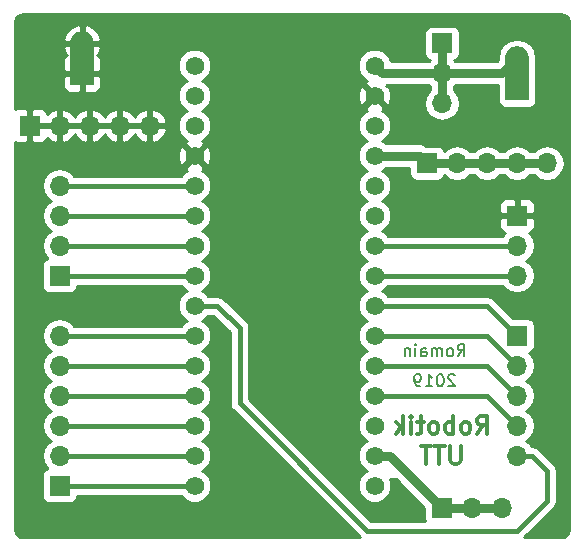
<source format=gbr>
G04 #@! TF.FileFunction,Copper,L2,Bot,Signal*
%FSLAX46Y46*%
G04 Gerber Fmt 4.6, Leading zero omitted, Abs format (unit mm)*
G04 Created by KiCad (PCBNEW 4.0.7-e2-6376~61~ubuntu18.04.1) date Mon Feb 11 08:52:26 2019*
%MOMM*%
%LPD*%
G01*
G04 APERTURE LIST*
%ADD10C,0.100000*%
%ADD11C,0.200000*%
%ADD12C,0.300000*%
%ADD13C,1.574800*%
%ADD14O,1.998980X1.998980*%
%ADD15R,1.998980X1.998980*%
%ADD16R,1.700000X1.700000*%
%ADD17O,1.700000X1.700000*%
%ADD18C,0.800000*%
%ADD19C,2.000000*%
%ADD20C,0.400000*%
%ADD21C,0.254000*%
G04 APERTURE END LIST*
D10*
D11*
X131254286Y-108132619D02*
X131206667Y-108085000D01*
X131111429Y-108037381D01*
X130873333Y-108037381D01*
X130778095Y-108085000D01*
X130730476Y-108132619D01*
X130682857Y-108227857D01*
X130682857Y-108323095D01*
X130730476Y-108465952D01*
X131301905Y-109037381D01*
X130682857Y-109037381D01*
X130063810Y-108037381D02*
X129968571Y-108037381D01*
X129873333Y-108085000D01*
X129825714Y-108132619D01*
X129778095Y-108227857D01*
X129730476Y-108418333D01*
X129730476Y-108656429D01*
X129778095Y-108846905D01*
X129825714Y-108942143D01*
X129873333Y-108989762D01*
X129968571Y-109037381D01*
X130063810Y-109037381D01*
X130159048Y-108989762D01*
X130206667Y-108942143D01*
X130254286Y-108846905D01*
X130301905Y-108656429D01*
X130301905Y-108418333D01*
X130254286Y-108227857D01*
X130206667Y-108132619D01*
X130159048Y-108085000D01*
X130063810Y-108037381D01*
X128778095Y-109037381D02*
X129349524Y-109037381D01*
X129063810Y-109037381D02*
X129063810Y-108037381D01*
X129159048Y-108180238D01*
X129254286Y-108275476D01*
X129349524Y-108323095D01*
X128301905Y-109037381D02*
X128111429Y-109037381D01*
X128016190Y-108989762D01*
X127968571Y-108942143D01*
X127873333Y-108799286D01*
X127825714Y-108608810D01*
X127825714Y-108227857D01*
X127873333Y-108132619D01*
X127920952Y-108085000D01*
X128016190Y-108037381D01*
X128206667Y-108037381D01*
X128301905Y-108085000D01*
X128349524Y-108132619D01*
X128397143Y-108227857D01*
X128397143Y-108465952D01*
X128349524Y-108561190D01*
X128301905Y-108608810D01*
X128206667Y-108656429D01*
X128016190Y-108656429D01*
X127920952Y-108608810D01*
X127873333Y-108561190D01*
X127825714Y-108465952D01*
X131492380Y-106497381D02*
X131825714Y-106021190D01*
X132063809Y-106497381D02*
X132063809Y-105497381D01*
X131682856Y-105497381D01*
X131587618Y-105545000D01*
X131539999Y-105592619D01*
X131492380Y-105687857D01*
X131492380Y-105830714D01*
X131539999Y-105925952D01*
X131587618Y-105973571D01*
X131682856Y-106021190D01*
X132063809Y-106021190D01*
X130920952Y-106497381D02*
X131016190Y-106449762D01*
X131063809Y-106402143D01*
X131111428Y-106306905D01*
X131111428Y-106021190D01*
X131063809Y-105925952D01*
X131016190Y-105878333D01*
X130920952Y-105830714D01*
X130778094Y-105830714D01*
X130682856Y-105878333D01*
X130635237Y-105925952D01*
X130587618Y-106021190D01*
X130587618Y-106306905D01*
X130635237Y-106402143D01*
X130682856Y-106449762D01*
X130778094Y-106497381D01*
X130920952Y-106497381D01*
X130159047Y-106497381D02*
X130159047Y-105830714D01*
X130159047Y-105925952D02*
X130111428Y-105878333D01*
X130016190Y-105830714D01*
X129873332Y-105830714D01*
X129778094Y-105878333D01*
X129730475Y-105973571D01*
X129730475Y-106497381D01*
X129730475Y-105973571D02*
X129682856Y-105878333D01*
X129587618Y-105830714D01*
X129444761Y-105830714D01*
X129349523Y-105878333D01*
X129301904Y-105973571D01*
X129301904Y-106497381D01*
X128397142Y-106497381D02*
X128397142Y-105973571D01*
X128444761Y-105878333D01*
X128539999Y-105830714D01*
X128730476Y-105830714D01*
X128825714Y-105878333D01*
X128397142Y-106449762D02*
X128492380Y-106497381D01*
X128730476Y-106497381D01*
X128825714Y-106449762D01*
X128873333Y-106354524D01*
X128873333Y-106259286D01*
X128825714Y-106164048D01*
X128730476Y-106116429D01*
X128492380Y-106116429D01*
X128397142Y-106068810D01*
X127920952Y-106497381D02*
X127920952Y-105830714D01*
X127920952Y-105497381D02*
X127968571Y-105545000D01*
X127920952Y-105592619D01*
X127873333Y-105545000D01*
X127920952Y-105497381D01*
X127920952Y-105592619D01*
X127444762Y-105830714D02*
X127444762Y-106497381D01*
X127444762Y-105925952D02*
X127397143Y-105878333D01*
X127301905Y-105830714D01*
X127159047Y-105830714D01*
X127063809Y-105878333D01*
X127016190Y-105973571D01*
X127016190Y-106497381D01*
D12*
X133139286Y-113068571D02*
X133639286Y-112354286D01*
X133996429Y-113068571D02*
X133996429Y-111568571D01*
X133425001Y-111568571D01*
X133282143Y-111640000D01*
X133210715Y-111711429D01*
X133139286Y-111854286D01*
X133139286Y-112068571D01*
X133210715Y-112211429D01*
X133282143Y-112282857D01*
X133425001Y-112354286D01*
X133996429Y-112354286D01*
X132282143Y-113068571D02*
X132425001Y-112997143D01*
X132496429Y-112925714D01*
X132567858Y-112782857D01*
X132567858Y-112354286D01*
X132496429Y-112211429D01*
X132425001Y-112140000D01*
X132282143Y-112068571D01*
X132067858Y-112068571D01*
X131925001Y-112140000D01*
X131853572Y-112211429D01*
X131782143Y-112354286D01*
X131782143Y-112782857D01*
X131853572Y-112925714D01*
X131925001Y-112997143D01*
X132067858Y-113068571D01*
X132282143Y-113068571D01*
X131139286Y-113068571D02*
X131139286Y-111568571D01*
X131139286Y-112140000D02*
X130996429Y-112068571D01*
X130710715Y-112068571D01*
X130567858Y-112140000D01*
X130496429Y-112211429D01*
X130425000Y-112354286D01*
X130425000Y-112782857D01*
X130496429Y-112925714D01*
X130567858Y-112997143D01*
X130710715Y-113068571D01*
X130996429Y-113068571D01*
X131139286Y-112997143D01*
X129567857Y-113068571D02*
X129710715Y-112997143D01*
X129782143Y-112925714D01*
X129853572Y-112782857D01*
X129853572Y-112354286D01*
X129782143Y-112211429D01*
X129710715Y-112140000D01*
X129567857Y-112068571D01*
X129353572Y-112068571D01*
X129210715Y-112140000D01*
X129139286Y-112211429D01*
X129067857Y-112354286D01*
X129067857Y-112782857D01*
X129139286Y-112925714D01*
X129210715Y-112997143D01*
X129353572Y-113068571D01*
X129567857Y-113068571D01*
X128639286Y-112068571D02*
X128067857Y-112068571D01*
X128425000Y-111568571D02*
X128425000Y-112854286D01*
X128353572Y-112997143D01*
X128210714Y-113068571D01*
X128067857Y-113068571D01*
X127567857Y-113068571D02*
X127567857Y-112068571D01*
X127567857Y-111568571D02*
X127639286Y-111640000D01*
X127567857Y-111711429D01*
X127496429Y-111640000D01*
X127567857Y-111568571D01*
X127567857Y-111711429D01*
X126853571Y-113068571D02*
X126853571Y-111568571D01*
X126710714Y-112497143D02*
X126282143Y-113068571D01*
X126282143Y-112068571D02*
X126853571Y-112640000D01*
X131746428Y-114118571D02*
X131746428Y-115332857D01*
X131675000Y-115475714D01*
X131603571Y-115547143D01*
X131460714Y-115618571D01*
X131175000Y-115618571D01*
X131032142Y-115547143D01*
X130960714Y-115475714D01*
X130889285Y-115332857D01*
X130889285Y-114118571D01*
X130389285Y-114118571D02*
X129532142Y-114118571D01*
X129960713Y-115618571D02*
X129960713Y-114118571D01*
X129246428Y-114118571D02*
X128389285Y-114118571D01*
X128817856Y-115618571D02*
X128817856Y-114118571D01*
D13*
X124460000Y-81915000D03*
X109220000Y-81915000D03*
X124460000Y-84455000D03*
X109220000Y-84455000D03*
X124460000Y-86995000D03*
X109220000Y-86995000D03*
X124460000Y-89535000D03*
X109220000Y-89535000D03*
X124460000Y-92075000D03*
X109220000Y-92075000D03*
X124460000Y-94615000D03*
X109220000Y-94615000D03*
X124460000Y-97155000D03*
X109220000Y-97155000D03*
X124460000Y-99695000D03*
X109220000Y-99695000D03*
X124460000Y-102235000D03*
X109220000Y-102235000D03*
X124460000Y-104775000D03*
X109220000Y-104775000D03*
X124460000Y-107315000D03*
X109220000Y-107315000D03*
X124460000Y-109855000D03*
X109220000Y-109855000D03*
X124460000Y-112395000D03*
X109220000Y-112395000D03*
X124460000Y-114935000D03*
X109220000Y-114935000D03*
X124460000Y-117475000D03*
X109220000Y-117475000D03*
D14*
X136525000Y-81280000D03*
D15*
X136525000Y-83820000D03*
D14*
X99695000Y-80010000D03*
D15*
X99695000Y-82550000D03*
D16*
X128905000Y-90170000D03*
D17*
X131445000Y-90170000D03*
X133985000Y-90170000D03*
X136525000Y-90170000D03*
X139065000Y-90170000D03*
D16*
X130175000Y-119380000D03*
D17*
X132715000Y-119380000D03*
X135255000Y-119380000D03*
D16*
X95250000Y-86995000D03*
D17*
X97790000Y-86995000D03*
X100330000Y-86995000D03*
X102870000Y-86995000D03*
X105410000Y-86995000D03*
D16*
X130175000Y-80010000D03*
D17*
X130175000Y-82550000D03*
X130175000Y-85090000D03*
D16*
X97790000Y-99695000D03*
D17*
X97790000Y-97155000D03*
X97790000Y-94615000D03*
X97790000Y-92075000D03*
D16*
X97790000Y-117475000D03*
D17*
X97790000Y-114935000D03*
X97790000Y-112395000D03*
X97790000Y-109855000D03*
X97790000Y-107315000D03*
X97790000Y-104775000D03*
D16*
X136525000Y-94615000D03*
D17*
X136525000Y-97155000D03*
X136525000Y-99695000D03*
D16*
X136525000Y-104775000D03*
D17*
X136525000Y-107315000D03*
X136525000Y-109855000D03*
X136525000Y-112395000D03*
X136525000Y-114935000D03*
D18*
X130175000Y-82550000D02*
X135255000Y-82550000D01*
X135255000Y-82550000D02*
X136525000Y-81280000D01*
D19*
X136525000Y-81280000D02*
X136525000Y-83820000D01*
D18*
X130175000Y-82550000D02*
X125095000Y-82550000D01*
X125095000Y-82550000D02*
X124460000Y-81915000D01*
X130175000Y-82550000D02*
X130175000Y-80010000D01*
X130175000Y-82550000D02*
X130175000Y-85090000D01*
D19*
X99695000Y-80010000D02*
X99695000Y-82550000D01*
D18*
X124460000Y-89535000D02*
X128270000Y-89535000D01*
X128270000Y-89535000D02*
X128905000Y-90170000D01*
X128905000Y-90170000D02*
X133985000Y-90170000D01*
X133985000Y-90170000D02*
X136525000Y-90170000D01*
X136525000Y-90170000D02*
X139065000Y-90170000D01*
D20*
X97790000Y-92075000D02*
X109220000Y-92075000D01*
X97790000Y-94615000D02*
X109220000Y-94615000D01*
X124460000Y-97155000D02*
X136525000Y-97155000D01*
X109220000Y-97155000D02*
X97790000Y-97155000D01*
X124460000Y-99695000D02*
X136525000Y-99695000D01*
X97790000Y-99695000D02*
X109220000Y-99695000D01*
X124460000Y-102235000D02*
X133985000Y-102235000D01*
X133985000Y-102235000D02*
X136525000Y-104775000D01*
X136525000Y-114935000D02*
X137795000Y-114935000D01*
X111125000Y-102235000D02*
X109220000Y-102235000D01*
X113030000Y-104140000D02*
X111125000Y-102235000D01*
X113030000Y-110490000D02*
X113030000Y-104140000D01*
X123825000Y-121285000D02*
X113030000Y-110490000D01*
X136525000Y-121285000D02*
X123825000Y-121285000D01*
X139065000Y-118745000D02*
X136525000Y-121285000D01*
X139065000Y-116205000D02*
X139065000Y-118745000D01*
X137795000Y-114935000D02*
X139065000Y-116205000D01*
X124460000Y-104775000D02*
X133985000Y-104775000D01*
X133985000Y-104775000D02*
X136525000Y-107315000D01*
X97790000Y-104775000D02*
X109220000Y-104775000D01*
X124460000Y-107315000D02*
X133985000Y-107315000D01*
X133985000Y-107315000D02*
X136525000Y-109855000D01*
X109220000Y-107315000D02*
X97790000Y-107315000D01*
X124460000Y-109855000D02*
X133985000Y-109855000D01*
X133985000Y-109855000D02*
X136525000Y-112395000D01*
X97790000Y-109855000D02*
X109220000Y-109855000D01*
X109220000Y-112395000D02*
X97790000Y-112395000D01*
D18*
X124460000Y-114935000D02*
X125730000Y-114935000D01*
X125730000Y-114935000D02*
X130175000Y-119380000D01*
X130175000Y-119380000D02*
X135255000Y-119380000D01*
D20*
X97790000Y-114935000D02*
X109220000Y-114935000D01*
X109220000Y-117475000D02*
X97790000Y-117475000D01*
D21*
G36*
X140543979Y-77600478D02*
X140721145Y-77718856D01*
X140839521Y-77896019D01*
X140895000Y-78174931D01*
X140895000Y-121215069D01*
X140839521Y-121493981D01*
X140721145Y-121671144D01*
X140543979Y-121789522D01*
X140265070Y-121845000D01*
X137145868Y-121845000D01*
X139655434Y-119335434D01*
X139836439Y-119064541D01*
X139900000Y-118745000D01*
X139900000Y-116205000D01*
X139836439Y-115885459D01*
X139655434Y-115614566D01*
X138385434Y-114344566D01*
X138114541Y-114163561D01*
X137795000Y-114100000D01*
X137747841Y-114100000D01*
X137604147Y-113884946D01*
X137274974Y-113665000D01*
X137604147Y-113445054D01*
X137926054Y-112963285D01*
X138039093Y-112395000D01*
X137926054Y-111826715D01*
X137604147Y-111344946D01*
X137274974Y-111125000D01*
X137604147Y-110905054D01*
X137926054Y-110423285D01*
X138039093Y-109855000D01*
X137926054Y-109286715D01*
X137604147Y-108804946D01*
X137274974Y-108585000D01*
X137604147Y-108365054D01*
X137926054Y-107883285D01*
X138039093Y-107315000D01*
X137926054Y-106746715D01*
X137604147Y-106264946D01*
X137562548Y-106237150D01*
X137610317Y-106228162D01*
X137826441Y-106089090D01*
X137971431Y-105876890D01*
X138022440Y-105625000D01*
X138022440Y-103925000D01*
X137978162Y-103689683D01*
X137839090Y-103473559D01*
X137626890Y-103328569D01*
X137375000Y-103277560D01*
X136208428Y-103277560D01*
X134575434Y-101644566D01*
X134304541Y-101463561D01*
X133985000Y-101400000D01*
X125636280Y-101400000D01*
X125266777Y-101029851D01*
X125110860Y-100965109D01*
X125264672Y-100901555D01*
X125636877Y-100530000D01*
X135302159Y-100530000D01*
X135445853Y-100745054D01*
X135927622Y-101066961D01*
X136495907Y-101180000D01*
X136554093Y-101180000D01*
X137122378Y-101066961D01*
X137604147Y-100745054D01*
X137926054Y-100263285D01*
X138039093Y-99695000D01*
X137926054Y-99126715D01*
X137604147Y-98644946D01*
X137274974Y-98425000D01*
X137604147Y-98205054D01*
X137926054Y-97723285D01*
X138039093Y-97155000D01*
X137926054Y-96586715D01*
X137604147Y-96104946D01*
X137560223Y-96075597D01*
X137734698Y-96003327D01*
X137913327Y-95824699D01*
X138010000Y-95591310D01*
X138010000Y-94900750D01*
X137851250Y-94742000D01*
X136652000Y-94742000D01*
X136652000Y-94762000D01*
X136398000Y-94762000D01*
X136398000Y-94742000D01*
X135198750Y-94742000D01*
X135040000Y-94900750D01*
X135040000Y-95591310D01*
X135136673Y-95824699D01*
X135315302Y-96003327D01*
X135489777Y-96075597D01*
X135445853Y-96104946D01*
X135302159Y-96320000D01*
X125636280Y-96320000D01*
X125266777Y-95949851D01*
X125110860Y-95885109D01*
X125264672Y-95821555D01*
X125665149Y-95421777D01*
X125882152Y-94899174D01*
X125882646Y-94333309D01*
X125666555Y-93810328D01*
X125495217Y-93638690D01*
X135040000Y-93638690D01*
X135040000Y-94329250D01*
X135198750Y-94488000D01*
X136398000Y-94488000D01*
X136398000Y-93288750D01*
X136652000Y-93288750D01*
X136652000Y-94488000D01*
X137851250Y-94488000D01*
X138010000Y-94329250D01*
X138010000Y-93638690D01*
X137913327Y-93405301D01*
X137734698Y-93226673D01*
X137501309Y-93130000D01*
X136810750Y-93130000D01*
X136652000Y-93288750D01*
X136398000Y-93288750D01*
X136239250Y-93130000D01*
X135548691Y-93130000D01*
X135315302Y-93226673D01*
X135136673Y-93405301D01*
X135040000Y-93638690D01*
X125495217Y-93638690D01*
X125266777Y-93409851D01*
X125110860Y-93345109D01*
X125264672Y-93281555D01*
X125665149Y-92881777D01*
X125882152Y-92359174D01*
X125882646Y-91793309D01*
X125666555Y-91270328D01*
X125266777Y-90869851D01*
X125110860Y-90805109D01*
X125264672Y-90741555D01*
X125436527Y-90570000D01*
X127407560Y-90570000D01*
X127407560Y-91020000D01*
X127451838Y-91255317D01*
X127590910Y-91471441D01*
X127803110Y-91616431D01*
X128055000Y-91667440D01*
X129755000Y-91667440D01*
X129990317Y-91623162D01*
X130206441Y-91484090D01*
X130351431Y-91271890D01*
X130364977Y-91205000D01*
X130365448Y-91205000D01*
X130394946Y-91249147D01*
X130876715Y-91571054D01*
X131445000Y-91684093D01*
X132013285Y-91571054D01*
X132495054Y-91249147D01*
X132524552Y-91205000D01*
X132905448Y-91205000D01*
X132934946Y-91249147D01*
X133416715Y-91571054D01*
X133985000Y-91684093D01*
X134553285Y-91571054D01*
X135035054Y-91249147D01*
X135064552Y-91205000D01*
X135445448Y-91205000D01*
X135474946Y-91249147D01*
X135956715Y-91571054D01*
X136525000Y-91684093D01*
X137093285Y-91571054D01*
X137575054Y-91249147D01*
X137604552Y-91205000D01*
X137985448Y-91205000D01*
X138014946Y-91249147D01*
X138496715Y-91571054D01*
X139065000Y-91684093D01*
X139633285Y-91571054D01*
X140115054Y-91249147D01*
X140436961Y-90767378D01*
X140550000Y-90199093D01*
X140550000Y-90140907D01*
X140436961Y-89572622D01*
X140115054Y-89090853D01*
X139633285Y-88768946D01*
X139065000Y-88655907D01*
X138496715Y-88768946D01*
X138014946Y-89090853D01*
X137985448Y-89135000D01*
X137604552Y-89135000D01*
X137575054Y-89090853D01*
X137093285Y-88768946D01*
X136525000Y-88655907D01*
X135956715Y-88768946D01*
X135474946Y-89090853D01*
X135445448Y-89135000D01*
X135064552Y-89135000D01*
X135035054Y-89090853D01*
X134553285Y-88768946D01*
X133985000Y-88655907D01*
X133416715Y-88768946D01*
X132934946Y-89090853D01*
X132905448Y-89135000D01*
X132524552Y-89135000D01*
X132495054Y-89090853D01*
X132013285Y-88768946D01*
X131445000Y-88655907D01*
X130876715Y-88768946D01*
X130394946Y-89090853D01*
X130367150Y-89132452D01*
X130358162Y-89084683D01*
X130219090Y-88868559D01*
X130006890Y-88723569D01*
X129755000Y-88672560D01*
X128806422Y-88672560D01*
X128666077Y-88578785D01*
X128270000Y-88499999D01*
X128269995Y-88500000D01*
X125436629Y-88500000D01*
X125266777Y-88329851D01*
X125110860Y-88265109D01*
X125264672Y-88201555D01*
X125665149Y-87801777D01*
X125882152Y-87279174D01*
X125882646Y-86713309D01*
X125666555Y-86190328D01*
X125266777Y-85789851D01*
X125126422Y-85731571D01*
X125206425Y-85698432D01*
X125279011Y-85453617D01*
X124460000Y-84634605D01*
X123640989Y-85453617D01*
X123713575Y-85698432D01*
X123799024Y-85729071D01*
X123655328Y-85788445D01*
X123254851Y-86188223D01*
X123037848Y-86710826D01*
X123037354Y-87276691D01*
X123253445Y-87799672D01*
X123653223Y-88200149D01*
X123809140Y-88264891D01*
X123655328Y-88328445D01*
X123254851Y-88728223D01*
X123037848Y-89250826D01*
X123037354Y-89816691D01*
X123253445Y-90339672D01*
X123653223Y-90740149D01*
X123809140Y-90804891D01*
X123655328Y-90868445D01*
X123254851Y-91268223D01*
X123037848Y-91790826D01*
X123037354Y-92356691D01*
X123253445Y-92879672D01*
X123653223Y-93280149D01*
X123809140Y-93344891D01*
X123655328Y-93408445D01*
X123254851Y-93808223D01*
X123037848Y-94330826D01*
X123037354Y-94896691D01*
X123253445Y-95419672D01*
X123653223Y-95820149D01*
X123809140Y-95884891D01*
X123655328Y-95948445D01*
X123254851Y-96348223D01*
X123037848Y-96870826D01*
X123037354Y-97436691D01*
X123253445Y-97959672D01*
X123653223Y-98360149D01*
X123809140Y-98424891D01*
X123655328Y-98488445D01*
X123254851Y-98888223D01*
X123037848Y-99410826D01*
X123037354Y-99976691D01*
X123253445Y-100499672D01*
X123653223Y-100900149D01*
X123809140Y-100964891D01*
X123655328Y-101028445D01*
X123254851Y-101428223D01*
X123037848Y-101950826D01*
X123037354Y-102516691D01*
X123253445Y-103039672D01*
X123653223Y-103440149D01*
X123809140Y-103504891D01*
X123655328Y-103568445D01*
X123254851Y-103968223D01*
X123037848Y-104490826D01*
X123037354Y-105056691D01*
X123253445Y-105579672D01*
X123653223Y-105980149D01*
X123809140Y-106044891D01*
X123655328Y-106108445D01*
X123254851Y-106508223D01*
X123037848Y-107030826D01*
X123037354Y-107596691D01*
X123253445Y-108119672D01*
X123653223Y-108520149D01*
X123809140Y-108584891D01*
X123655328Y-108648445D01*
X123254851Y-109048223D01*
X123037848Y-109570826D01*
X123037354Y-110136691D01*
X123253445Y-110659672D01*
X123653223Y-111060149D01*
X123809140Y-111124891D01*
X123655328Y-111188445D01*
X123254851Y-111588223D01*
X123037848Y-112110826D01*
X123037354Y-112676691D01*
X123253445Y-113199672D01*
X123653223Y-113600149D01*
X123809140Y-113664891D01*
X123655328Y-113728445D01*
X123254851Y-114128223D01*
X123037848Y-114650826D01*
X123037354Y-115216691D01*
X123253445Y-115739672D01*
X123653223Y-116140149D01*
X123809140Y-116204891D01*
X123655328Y-116268445D01*
X123254851Y-116668223D01*
X123037848Y-117190826D01*
X123037354Y-117756691D01*
X123253445Y-118279672D01*
X123653223Y-118680149D01*
X124175826Y-118897152D01*
X124741691Y-118897646D01*
X125264672Y-118681555D01*
X125665149Y-118281777D01*
X125882152Y-117759174D01*
X125882646Y-117193309D01*
X125771783Y-116925000D01*
X126256288Y-116925000D01*
X128677560Y-119346271D01*
X128677560Y-120230000D01*
X128718956Y-120450000D01*
X124170868Y-120450000D01*
X113865000Y-110144132D01*
X113865000Y-104140000D01*
X113801439Y-103820459D01*
X113620434Y-103549566D01*
X111715434Y-101644566D01*
X111444541Y-101463561D01*
X111125000Y-101400000D01*
X110396280Y-101400000D01*
X110026777Y-101029851D01*
X109870860Y-100965109D01*
X110024672Y-100901555D01*
X110425149Y-100501777D01*
X110642152Y-99979174D01*
X110642646Y-99413309D01*
X110426555Y-98890328D01*
X110026777Y-98489851D01*
X109870860Y-98425109D01*
X110024672Y-98361555D01*
X110425149Y-97961777D01*
X110642152Y-97439174D01*
X110642646Y-96873309D01*
X110426555Y-96350328D01*
X110026777Y-95949851D01*
X109870860Y-95885109D01*
X110024672Y-95821555D01*
X110425149Y-95421777D01*
X110642152Y-94899174D01*
X110642646Y-94333309D01*
X110426555Y-93810328D01*
X110026777Y-93409851D01*
X109870860Y-93345109D01*
X110024672Y-93281555D01*
X110425149Y-92881777D01*
X110642152Y-92359174D01*
X110642646Y-91793309D01*
X110426555Y-91270328D01*
X110026777Y-90869851D01*
X109886422Y-90811571D01*
X109966425Y-90778432D01*
X110039011Y-90533617D01*
X109220000Y-89714605D01*
X108400989Y-90533617D01*
X108473575Y-90778432D01*
X108559024Y-90809071D01*
X108415328Y-90868445D01*
X108043123Y-91240000D01*
X99012841Y-91240000D01*
X98869147Y-91024946D01*
X98387378Y-90703039D01*
X97819093Y-90590000D01*
X97760907Y-90590000D01*
X97192622Y-90703039D01*
X96710853Y-91024946D01*
X96388946Y-91506715D01*
X96275907Y-92075000D01*
X96388946Y-92643285D01*
X96710853Y-93125054D01*
X97040026Y-93345000D01*
X96710853Y-93564946D01*
X96388946Y-94046715D01*
X96275907Y-94615000D01*
X96388946Y-95183285D01*
X96710853Y-95665054D01*
X97040026Y-95885000D01*
X96710853Y-96104946D01*
X96388946Y-96586715D01*
X96275907Y-97155000D01*
X96388946Y-97723285D01*
X96710853Y-98205054D01*
X96752452Y-98232850D01*
X96704683Y-98241838D01*
X96488559Y-98380910D01*
X96343569Y-98593110D01*
X96292560Y-98845000D01*
X96292560Y-100545000D01*
X96336838Y-100780317D01*
X96475910Y-100996441D01*
X96688110Y-101141431D01*
X96940000Y-101192440D01*
X98640000Y-101192440D01*
X98875317Y-101148162D01*
X99091441Y-101009090D01*
X99236431Y-100796890D01*
X99287440Y-100545000D01*
X99287440Y-100530000D01*
X108043720Y-100530000D01*
X108413223Y-100900149D01*
X108569140Y-100964891D01*
X108415328Y-101028445D01*
X108014851Y-101428223D01*
X107797848Y-101950826D01*
X107797354Y-102516691D01*
X108013445Y-103039672D01*
X108413223Y-103440149D01*
X108569140Y-103504891D01*
X108415328Y-103568445D01*
X108043123Y-103940000D01*
X99012841Y-103940000D01*
X98869147Y-103724946D01*
X98387378Y-103403039D01*
X97819093Y-103290000D01*
X97760907Y-103290000D01*
X97192622Y-103403039D01*
X96710853Y-103724946D01*
X96388946Y-104206715D01*
X96275907Y-104775000D01*
X96388946Y-105343285D01*
X96710853Y-105825054D01*
X97040026Y-106045000D01*
X96710853Y-106264946D01*
X96388946Y-106746715D01*
X96275907Y-107315000D01*
X96388946Y-107883285D01*
X96710853Y-108365054D01*
X97040026Y-108585000D01*
X96710853Y-108804946D01*
X96388946Y-109286715D01*
X96275907Y-109855000D01*
X96388946Y-110423285D01*
X96710853Y-110905054D01*
X97040026Y-111125000D01*
X96710853Y-111344946D01*
X96388946Y-111826715D01*
X96275907Y-112395000D01*
X96388946Y-112963285D01*
X96710853Y-113445054D01*
X97040026Y-113665000D01*
X96710853Y-113884946D01*
X96388946Y-114366715D01*
X96275907Y-114935000D01*
X96388946Y-115503285D01*
X96710853Y-115985054D01*
X96752452Y-116012850D01*
X96704683Y-116021838D01*
X96488559Y-116160910D01*
X96343569Y-116373110D01*
X96292560Y-116625000D01*
X96292560Y-118325000D01*
X96336838Y-118560317D01*
X96475910Y-118776441D01*
X96688110Y-118921431D01*
X96940000Y-118972440D01*
X98640000Y-118972440D01*
X98875317Y-118928162D01*
X99091441Y-118789090D01*
X99236431Y-118576890D01*
X99287440Y-118325000D01*
X99287440Y-118310000D01*
X108043720Y-118310000D01*
X108413223Y-118680149D01*
X108935826Y-118897152D01*
X109501691Y-118897646D01*
X110024672Y-118681555D01*
X110425149Y-118281777D01*
X110642152Y-117759174D01*
X110642646Y-117193309D01*
X110426555Y-116670328D01*
X110026777Y-116269851D01*
X109870860Y-116205109D01*
X110024672Y-116141555D01*
X110425149Y-115741777D01*
X110642152Y-115219174D01*
X110642646Y-114653309D01*
X110426555Y-114130328D01*
X110026777Y-113729851D01*
X109870860Y-113665109D01*
X110024672Y-113601555D01*
X110425149Y-113201777D01*
X110642152Y-112679174D01*
X110642646Y-112113309D01*
X110426555Y-111590328D01*
X110026777Y-111189851D01*
X109870860Y-111125109D01*
X110024672Y-111061555D01*
X110425149Y-110661777D01*
X110642152Y-110139174D01*
X110642646Y-109573309D01*
X110426555Y-109050328D01*
X110026777Y-108649851D01*
X109870860Y-108585109D01*
X110024672Y-108521555D01*
X110425149Y-108121777D01*
X110642152Y-107599174D01*
X110642646Y-107033309D01*
X110426555Y-106510328D01*
X110026777Y-106109851D01*
X109870860Y-106045109D01*
X110024672Y-105981555D01*
X110425149Y-105581777D01*
X110642152Y-105059174D01*
X110642646Y-104493309D01*
X110426555Y-103970328D01*
X110026777Y-103569851D01*
X109870860Y-103505109D01*
X110024672Y-103441555D01*
X110396877Y-103070000D01*
X110779132Y-103070000D01*
X112195000Y-104485868D01*
X112195000Y-110490000D01*
X112258561Y-110809541D01*
X112401216Y-111023039D01*
X112439566Y-111080434D01*
X123204132Y-121845000D01*
X94684931Y-121845000D01*
X94406019Y-121789521D01*
X94228856Y-121671145D01*
X94110478Y-121493979D01*
X94055000Y-121215070D01*
X94055000Y-89321235D01*
X107785574Y-89321235D01*
X107812959Y-89886438D01*
X107976568Y-90281425D01*
X108221383Y-90354011D01*
X109040395Y-89535000D01*
X109399605Y-89535000D01*
X110218617Y-90354011D01*
X110463432Y-90281425D01*
X110654426Y-89748765D01*
X110627041Y-89183562D01*
X110463432Y-88788575D01*
X110218617Y-88715989D01*
X109399605Y-89535000D01*
X109040395Y-89535000D01*
X108221383Y-88715989D01*
X107976568Y-88788575D01*
X107785574Y-89321235D01*
X94055000Y-89321235D01*
X94055000Y-88389416D01*
X94273690Y-88480000D01*
X94964250Y-88480000D01*
X95123000Y-88321250D01*
X95123000Y-87122000D01*
X95377000Y-87122000D01*
X95377000Y-88321250D01*
X95535750Y-88480000D01*
X96226310Y-88480000D01*
X96459699Y-88383327D01*
X96638327Y-88204698D01*
X96725136Y-87995122D01*
X97023076Y-88266645D01*
X97433110Y-88436476D01*
X97663000Y-88315155D01*
X97663000Y-87122000D01*
X97917000Y-87122000D01*
X97917000Y-88315155D01*
X98146890Y-88436476D01*
X98556924Y-88266645D01*
X98985183Y-87876358D01*
X99060000Y-87717046D01*
X99134817Y-87876358D01*
X99563076Y-88266645D01*
X99973110Y-88436476D01*
X100203000Y-88315155D01*
X100203000Y-87122000D01*
X100457000Y-87122000D01*
X100457000Y-88315155D01*
X100686890Y-88436476D01*
X101096924Y-88266645D01*
X101525183Y-87876358D01*
X101600000Y-87717046D01*
X101674817Y-87876358D01*
X102103076Y-88266645D01*
X102513110Y-88436476D01*
X102743000Y-88315155D01*
X102743000Y-87122000D01*
X102997000Y-87122000D01*
X102997000Y-88315155D01*
X103226890Y-88436476D01*
X103636924Y-88266645D01*
X104065183Y-87876358D01*
X104140000Y-87717046D01*
X104214817Y-87876358D01*
X104643076Y-88266645D01*
X105053110Y-88436476D01*
X105283000Y-88315155D01*
X105283000Y-87122000D01*
X105537000Y-87122000D01*
X105537000Y-88315155D01*
X105766890Y-88436476D01*
X106176924Y-88266645D01*
X106605183Y-87876358D01*
X106851486Y-87351892D01*
X106730819Y-87122000D01*
X105537000Y-87122000D01*
X105283000Y-87122000D01*
X102997000Y-87122000D01*
X102743000Y-87122000D01*
X100457000Y-87122000D01*
X100203000Y-87122000D01*
X97917000Y-87122000D01*
X97663000Y-87122000D01*
X95377000Y-87122000D01*
X95123000Y-87122000D01*
X95103000Y-87122000D01*
X95103000Y-86868000D01*
X95123000Y-86868000D01*
X95123000Y-85668750D01*
X95377000Y-85668750D01*
X95377000Y-86868000D01*
X97663000Y-86868000D01*
X97663000Y-85674845D01*
X97917000Y-85674845D01*
X97917000Y-86868000D01*
X100203000Y-86868000D01*
X100203000Y-85674845D01*
X100457000Y-85674845D01*
X100457000Y-86868000D01*
X102743000Y-86868000D01*
X102743000Y-85674845D01*
X102997000Y-85674845D01*
X102997000Y-86868000D01*
X105283000Y-86868000D01*
X105283000Y-85674845D01*
X105537000Y-85674845D01*
X105537000Y-86868000D01*
X106730819Y-86868000D01*
X106851486Y-86638108D01*
X106605183Y-86113642D01*
X106176924Y-85723355D01*
X105766890Y-85553524D01*
X105537000Y-85674845D01*
X105283000Y-85674845D01*
X105053110Y-85553524D01*
X104643076Y-85723355D01*
X104214817Y-86113642D01*
X104140000Y-86272954D01*
X104065183Y-86113642D01*
X103636924Y-85723355D01*
X103226890Y-85553524D01*
X102997000Y-85674845D01*
X102743000Y-85674845D01*
X102513110Y-85553524D01*
X102103076Y-85723355D01*
X101674817Y-86113642D01*
X101600000Y-86272954D01*
X101525183Y-86113642D01*
X101096924Y-85723355D01*
X100686890Y-85553524D01*
X100457000Y-85674845D01*
X100203000Y-85674845D01*
X99973110Y-85553524D01*
X99563076Y-85723355D01*
X99134817Y-86113642D01*
X99060000Y-86272954D01*
X98985183Y-86113642D01*
X98556924Y-85723355D01*
X98146890Y-85553524D01*
X97917000Y-85674845D01*
X97663000Y-85674845D01*
X97433110Y-85553524D01*
X97023076Y-85723355D01*
X96725136Y-85994878D01*
X96638327Y-85785302D01*
X96459699Y-85606673D01*
X96226310Y-85510000D01*
X95535750Y-85510000D01*
X95377000Y-85668750D01*
X95123000Y-85668750D01*
X94964250Y-85510000D01*
X94273690Y-85510000D01*
X94055000Y-85600584D01*
X94055000Y-82835750D01*
X98060510Y-82835750D01*
X98060510Y-83675799D01*
X98157183Y-83909188D01*
X98335811Y-84087817D01*
X98569200Y-84184490D01*
X99409250Y-84184490D01*
X99568000Y-84025740D01*
X99568000Y-82677000D01*
X99822000Y-82677000D01*
X99822000Y-84025740D01*
X99980750Y-84184490D01*
X100820800Y-84184490D01*
X101054189Y-84087817D01*
X101232817Y-83909188D01*
X101329490Y-83675799D01*
X101329490Y-82835750D01*
X101170740Y-82677000D01*
X99822000Y-82677000D01*
X99568000Y-82677000D01*
X98219260Y-82677000D01*
X98060510Y-82835750D01*
X94055000Y-82835750D01*
X94055000Y-81424201D01*
X98060510Y-81424201D01*
X98060510Y-82264250D01*
X98219260Y-82423000D01*
X99568000Y-82423000D01*
X99568000Y-80137000D01*
X99822000Y-80137000D01*
X99822000Y-82423000D01*
X101170740Y-82423000D01*
X101329490Y-82264250D01*
X101329490Y-82196691D01*
X107797354Y-82196691D01*
X108013445Y-82719672D01*
X108413223Y-83120149D01*
X108569140Y-83184891D01*
X108415328Y-83248445D01*
X108014851Y-83648223D01*
X107797848Y-84170826D01*
X107797354Y-84736691D01*
X108013445Y-85259672D01*
X108413223Y-85660149D01*
X108569140Y-85724891D01*
X108415328Y-85788445D01*
X108014851Y-86188223D01*
X107797848Y-86710826D01*
X107797354Y-87276691D01*
X108013445Y-87799672D01*
X108413223Y-88200149D01*
X108553578Y-88258429D01*
X108473575Y-88291568D01*
X108400989Y-88536383D01*
X109220000Y-89355395D01*
X110039011Y-88536383D01*
X109966425Y-88291568D01*
X109880976Y-88260929D01*
X110024672Y-88201555D01*
X110425149Y-87801777D01*
X110642152Y-87279174D01*
X110642646Y-86713309D01*
X110426555Y-86190328D01*
X110026777Y-85789851D01*
X109870860Y-85725109D01*
X110024672Y-85661555D01*
X110425149Y-85261777D01*
X110642152Y-84739174D01*
X110642586Y-84241235D01*
X123025574Y-84241235D01*
X123052959Y-84806438D01*
X123216568Y-85201425D01*
X123461383Y-85274011D01*
X124280395Y-84455000D01*
X123461383Y-83635989D01*
X123216568Y-83708575D01*
X123025574Y-84241235D01*
X110642586Y-84241235D01*
X110642646Y-84173309D01*
X110426555Y-83650328D01*
X110026777Y-83249851D01*
X109870860Y-83185109D01*
X110024672Y-83121555D01*
X110425149Y-82721777D01*
X110642152Y-82199174D01*
X110642154Y-82196691D01*
X123037354Y-82196691D01*
X123253445Y-82719672D01*
X123653223Y-83120149D01*
X123793578Y-83178429D01*
X123713575Y-83211568D01*
X123640989Y-83456383D01*
X124460000Y-84275395D01*
X124474142Y-84261252D01*
X124653748Y-84440858D01*
X124639605Y-84455000D01*
X125458617Y-85274011D01*
X125703432Y-85201425D01*
X125894426Y-84668765D01*
X125867041Y-84103562D01*
X125703432Y-83708575D01*
X125458619Y-83635989D01*
X125509608Y-83585000D01*
X129085794Y-83585000D01*
X129095853Y-83600054D01*
X129140000Y-83629552D01*
X129140000Y-84010448D01*
X129095853Y-84039946D01*
X128773946Y-84521715D01*
X128660907Y-85090000D01*
X128773946Y-85658285D01*
X129095853Y-86140054D01*
X129577622Y-86461961D01*
X130145907Y-86575000D01*
X130204093Y-86575000D01*
X130772378Y-86461961D01*
X131254147Y-86140054D01*
X131576054Y-85658285D01*
X131689093Y-85090000D01*
X131576054Y-84521715D01*
X131254147Y-84039946D01*
X131210000Y-84010448D01*
X131210000Y-83629552D01*
X131254147Y-83600054D01*
X131264206Y-83585000D01*
X134878070Y-83585000D01*
X134878070Y-84819490D01*
X134922348Y-85054807D01*
X135061420Y-85270931D01*
X135273620Y-85415921D01*
X135525510Y-85466930D01*
X137524490Y-85466930D01*
X137759807Y-85422652D01*
X137975931Y-85283580D01*
X138120921Y-85071380D01*
X138171930Y-84819490D01*
X138171930Y-82820510D01*
X138160000Y-82757108D01*
X138160000Y-81280000D01*
X138159490Y-81277436D01*
X138159490Y-81247978D01*
X138035072Y-80622486D01*
X137680759Y-80092219D01*
X137150492Y-79737906D01*
X136525000Y-79613488D01*
X135899508Y-79737906D01*
X135369241Y-80092219D01*
X135014928Y-80622486D01*
X134890510Y-81247978D01*
X134890510Y-81277436D01*
X134890000Y-81280000D01*
X134890000Y-81451288D01*
X134826288Y-81515000D01*
X131264206Y-81515000D01*
X131254147Y-81499946D01*
X131212548Y-81472150D01*
X131260317Y-81463162D01*
X131476441Y-81324090D01*
X131621431Y-81111890D01*
X131672440Y-80860000D01*
X131672440Y-79160000D01*
X131628162Y-78924683D01*
X131489090Y-78708559D01*
X131276890Y-78563569D01*
X131025000Y-78512560D01*
X129325000Y-78512560D01*
X129089683Y-78556838D01*
X128873559Y-78695910D01*
X128728569Y-78908110D01*
X128677560Y-79160000D01*
X128677560Y-80860000D01*
X128721838Y-81095317D01*
X128860910Y-81311441D01*
X129073110Y-81456431D01*
X129140000Y-81469977D01*
X129140000Y-81470448D01*
X129095853Y-81499946D01*
X129085794Y-81515000D01*
X125833762Y-81515000D01*
X125666555Y-81110328D01*
X125266777Y-80709851D01*
X124744174Y-80492848D01*
X124178309Y-80492354D01*
X123655328Y-80708445D01*
X123254851Y-81108223D01*
X123037848Y-81630826D01*
X123037354Y-82196691D01*
X110642154Y-82196691D01*
X110642646Y-81633309D01*
X110426555Y-81110328D01*
X110026777Y-80709851D01*
X109504174Y-80492848D01*
X108938309Y-80492354D01*
X108415328Y-80708445D01*
X108014851Y-81108223D01*
X107797848Y-81630826D01*
X107797354Y-82196691D01*
X101329490Y-82196691D01*
X101329490Y-81424201D01*
X101232817Y-81190812D01*
X101054189Y-81012183D01*
X100997549Y-80988722D01*
X101018068Y-80969726D01*
X101284627Y-80390355D01*
X101165807Y-80137000D01*
X99822000Y-80137000D01*
X99568000Y-80137000D01*
X98224193Y-80137000D01*
X98105373Y-80390355D01*
X98371932Y-80969726D01*
X98392451Y-80988722D01*
X98335811Y-81012183D01*
X98157183Y-81190812D01*
X98060510Y-81424201D01*
X94055000Y-81424201D01*
X94055000Y-79629645D01*
X98105373Y-79629645D01*
X98224193Y-79883000D01*
X99568000Y-79883000D01*
X99568000Y-78539735D01*
X99822000Y-78539735D01*
X99822000Y-79883000D01*
X101165807Y-79883000D01*
X101284627Y-79629645D01*
X101018068Y-79050274D01*
X100550084Y-78617013D01*
X100075354Y-78420381D01*
X99822000Y-78539735D01*
X99568000Y-78539735D01*
X99314646Y-78420381D01*
X98839916Y-78617013D01*
X98371932Y-79050274D01*
X98105373Y-79629645D01*
X94055000Y-79629645D01*
X94055000Y-78174930D01*
X94110478Y-77896021D01*
X94228856Y-77718855D01*
X94406019Y-77600479D01*
X94684931Y-77545000D01*
X140265070Y-77545000D01*
X140543979Y-77600478D01*
X140543979Y-77600478D01*
G37*
X140543979Y-77600478D02*
X140721145Y-77718856D01*
X140839521Y-77896019D01*
X140895000Y-78174931D01*
X140895000Y-121215069D01*
X140839521Y-121493981D01*
X140721145Y-121671144D01*
X140543979Y-121789522D01*
X140265070Y-121845000D01*
X137145868Y-121845000D01*
X139655434Y-119335434D01*
X139836439Y-119064541D01*
X139900000Y-118745000D01*
X139900000Y-116205000D01*
X139836439Y-115885459D01*
X139655434Y-115614566D01*
X138385434Y-114344566D01*
X138114541Y-114163561D01*
X137795000Y-114100000D01*
X137747841Y-114100000D01*
X137604147Y-113884946D01*
X137274974Y-113665000D01*
X137604147Y-113445054D01*
X137926054Y-112963285D01*
X138039093Y-112395000D01*
X137926054Y-111826715D01*
X137604147Y-111344946D01*
X137274974Y-111125000D01*
X137604147Y-110905054D01*
X137926054Y-110423285D01*
X138039093Y-109855000D01*
X137926054Y-109286715D01*
X137604147Y-108804946D01*
X137274974Y-108585000D01*
X137604147Y-108365054D01*
X137926054Y-107883285D01*
X138039093Y-107315000D01*
X137926054Y-106746715D01*
X137604147Y-106264946D01*
X137562548Y-106237150D01*
X137610317Y-106228162D01*
X137826441Y-106089090D01*
X137971431Y-105876890D01*
X138022440Y-105625000D01*
X138022440Y-103925000D01*
X137978162Y-103689683D01*
X137839090Y-103473559D01*
X137626890Y-103328569D01*
X137375000Y-103277560D01*
X136208428Y-103277560D01*
X134575434Y-101644566D01*
X134304541Y-101463561D01*
X133985000Y-101400000D01*
X125636280Y-101400000D01*
X125266777Y-101029851D01*
X125110860Y-100965109D01*
X125264672Y-100901555D01*
X125636877Y-100530000D01*
X135302159Y-100530000D01*
X135445853Y-100745054D01*
X135927622Y-101066961D01*
X136495907Y-101180000D01*
X136554093Y-101180000D01*
X137122378Y-101066961D01*
X137604147Y-100745054D01*
X137926054Y-100263285D01*
X138039093Y-99695000D01*
X137926054Y-99126715D01*
X137604147Y-98644946D01*
X137274974Y-98425000D01*
X137604147Y-98205054D01*
X137926054Y-97723285D01*
X138039093Y-97155000D01*
X137926054Y-96586715D01*
X137604147Y-96104946D01*
X137560223Y-96075597D01*
X137734698Y-96003327D01*
X137913327Y-95824699D01*
X138010000Y-95591310D01*
X138010000Y-94900750D01*
X137851250Y-94742000D01*
X136652000Y-94742000D01*
X136652000Y-94762000D01*
X136398000Y-94762000D01*
X136398000Y-94742000D01*
X135198750Y-94742000D01*
X135040000Y-94900750D01*
X135040000Y-95591310D01*
X135136673Y-95824699D01*
X135315302Y-96003327D01*
X135489777Y-96075597D01*
X135445853Y-96104946D01*
X135302159Y-96320000D01*
X125636280Y-96320000D01*
X125266777Y-95949851D01*
X125110860Y-95885109D01*
X125264672Y-95821555D01*
X125665149Y-95421777D01*
X125882152Y-94899174D01*
X125882646Y-94333309D01*
X125666555Y-93810328D01*
X125495217Y-93638690D01*
X135040000Y-93638690D01*
X135040000Y-94329250D01*
X135198750Y-94488000D01*
X136398000Y-94488000D01*
X136398000Y-93288750D01*
X136652000Y-93288750D01*
X136652000Y-94488000D01*
X137851250Y-94488000D01*
X138010000Y-94329250D01*
X138010000Y-93638690D01*
X137913327Y-93405301D01*
X137734698Y-93226673D01*
X137501309Y-93130000D01*
X136810750Y-93130000D01*
X136652000Y-93288750D01*
X136398000Y-93288750D01*
X136239250Y-93130000D01*
X135548691Y-93130000D01*
X135315302Y-93226673D01*
X135136673Y-93405301D01*
X135040000Y-93638690D01*
X125495217Y-93638690D01*
X125266777Y-93409851D01*
X125110860Y-93345109D01*
X125264672Y-93281555D01*
X125665149Y-92881777D01*
X125882152Y-92359174D01*
X125882646Y-91793309D01*
X125666555Y-91270328D01*
X125266777Y-90869851D01*
X125110860Y-90805109D01*
X125264672Y-90741555D01*
X125436527Y-90570000D01*
X127407560Y-90570000D01*
X127407560Y-91020000D01*
X127451838Y-91255317D01*
X127590910Y-91471441D01*
X127803110Y-91616431D01*
X128055000Y-91667440D01*
X129755000Y-91667440D01*
X129990317Y-91623162D01*
X130206441Y-91484090D01*
X130351431Y-91271890D01*
X130364977Y-91205000D01*
X130365448Y-91205000D01*
X130394946Y-91249147D01*
X130876715Y-91571054D01*
X131445000Y-91684093D01*
X132013285Y-91571054D01*
X132495054Y-91249147D01*
X132524552Y-91205000D01*
X132905448Y-91205000D01*
X132934946Y-91249147D01*
X133416715Y-91571054D01*
X133985000Y-91684093D01*
X134553285Y-91571054D01*
X135035054Y-91249147D01*
X135064552Y-91205000D01*
X135445448Y-91205000D01*
X135474946Y-91249147D01*
X135956715Y-91571054D01*
X136525000Y-91684093D01*
X137093285Y-91571054D01*
X137575054Y-91249147D01*
X137604552Y-91205000D01*
X137985448Y-91205000D01*
X138014946Y-91249147D01*
X138496715Y-91571054D01*
X139065000Y-91684093D01*
X139633285Y-91571054D01*
X140115054Y-91249147D01*
X140436961Y-90767378D01*
X140550000Y-90199093D01*
X140550000Y-90140907D01*
X140436961Y-89572622D01*
X140115054Y-89090853D01*
X139633285Y-88768946D01*
X139065000Y-88655907D01*
X138496715Y-88768946D01*
X138014946Y-89090853D01*
X137985448Y-89135000D01*
X137604552Y-89135000D01*
X137575054Y-89090853D01*
X137093285Y-88768946D01*
X136525000Y-88655907D01*
X135956715Y-88768946D01*
X135474946Y-89090853D01*
X135445448Y-89135000D01*
X135064552Y-89135000D01*
X135035054Y-89090853D01*
X134553285Y-88768946D01*
X133985000Y-88655907D01*
X133416715Y-88768946D01*
X132934946Y-89090853D01*
X132905448Y-89135000D01*
X132524552Y-89135000D01*
X132495054Y-89090853D01*
X132013285Y-88768946D01*
X131445000Y-88655907D01*
X130876715Y-88768946D01*
X130394946Y-89090853D01*
X130367150Y-89132452D01*
X130358162Y-89084683D01*
X130219090Y-88868559D01*
X130006890Y-88723569D01*
X129755000Y-88672560D01*
X128806422Y-88672560D01*
X128666077Y-88578785D01*
X128270000Y-88499999D01*
X128269995Y-88500000D01*
X125436629Y-88500000D01*
X125266777Y-88329851D01*
X125110860Y-88265109D01*
X125264672Y-88201555D01*
X125665149Y-87801777D01*
X125882152Y-87279174D01*
X125882646Y-86713309D01*
X125666555Y-86190328D01*
X125266777Y-85789851D01*
X125126422Y-85731571D01*
X125206425Y-85698432D01*
X125279011Y-85453617D01*
X124460000Y-84634605D01*
X123640989Y-85453617D01*
X123713575Y-85698432D01*
X123799024Y-85729071D01*
X123655328Y-85788445D01*
X123254851Y-86188223D01*
X123037848Y-86710826D01*
X123037354Y-87276691D01*
X123253445Y-87799672D01*
X123653223Y-88200149D01*
X123809140Y-88264891D01*
X123655328Y-88328445D01*
X123254851Y-88728223D01*
X123037848Y-89250826D01*
X123037354Y-89816691D01*
X123253445Y-90339672D01*
X123653223Y-90740149D01*
X123809140Y-90804891D01*
X123655328Y-90868445D01*
X123254851Y-91268223D01*
X123037848Y-91790826D01*
X123037354Y-92356691D01*
X123253445Y-92879672D01*
X123653223Y-93280149D01*
X123809140Y-93344891D01*
X123655328Y-93408445D01*
X123254851Y-93808223D01*
X123037848Y-94330826D01*
X123037354Y-94896691D01*
X123253445Y-95419672D01*
X123653223Y-95820149D01*
X123809140Y-95884891D01*
X123655328Y-95948445D01*
X123254851Y-96348223D01*
X123037848Y-96870826D01*
X123037354Y-97436691D01*
X123253445Y-97959672D01*
X123653223Y-98360149D01*
X123809140Y-98424891D01*
X123655328Y-98488445D01*
X123254851Y-98888223D01*
X123037848Y-99410826D01*
X123037354Y-99976691D01*
X123253445Y-100499672D01*
X123653223Y-100900149D01*
X123809140Y-100964891D01*
X123655328Y-101028445D01*
X123254851Y-101428223D01*
X123037848Y-101950826D01*
X123037354Y-102516691D01*
X123253445Y-103039672D01*
X123653223Y-103440149D01*
X123809140Y-103504891D01*
X123655328Y-103568445D01*
X123254851Y-103968223D01*
X123037848Y-104490826D01*
X123037354Y-105056691D01*
X123253445Y-105579672D01*
X123653223Y-105980149D01*
X123809140Y-106044891D01*
X123655328Y-106108445D01*
X123254851Y-106508223D01*
X123037848Y-107030826D01*
X123037354Y-107596691D01*
X123253445Y-108119672D01*
X123653223Y-108520149D01*
X123809140Y-108584891D01*
X123655328Y-108648445D01*
X123254851Y-109048223D01*
X123037848Y-109570826D01*
X123037354Y-110136691D01*
X123253445Y-110659672D01*
X123653223Y-111060149D01*
X123809140Y-111124891D01*
X123655328Y-111188445D01*
X123254851Y-111588223D01*
X123037848Y-112110826D01*
X123037354Y-112676691D01*
X123253445Y-113199672D01*
X123653223Y-113600149D01*
X123809140Y-113664891D01*
X123655328Y-113728445D01*
X123254851Y-114128223D01*
X123037848Y-114650826D01*
X123037354Y-115216691D01*
X123253445Y-115739672D01*
X123653223Y-116140149D01*
X123809140Y-116204891D01*
X123655328Y-116268445D01*
X123254851Y-116668223D01*
X123037848Y-117190826D01*
X123037354Y-117756691D01*
X123253445Y-118279672D01*
X123653223Y-118680149D01*
X124175826Y-118897152D01*
X124741691Y-118897646D01*
X125264672Y-118681555D01*
X125665149Y-118281777D01*
X125882152Y-117759174D01*
X125882646Y-117193309D01*
X125771783Y-116925000D01*
X126256288Y-116925000D01*
X128677560Y-119346271D01*
X128677560Y-120230000D01*
X128718956Y-120450000D01*
X124170868Y-120450000D01*
X113865000Y-110144132D01*
X113865000Y-104140000D01*
X113801439Y-103820459D01*
X113620434Y-103549566D01*
X111715434Y-101644566D01*
X111444541Y-101463561D01*
X111125000Y-101400000D01*
X110396280Y-101400000D01*
X110026777Y-101029851D01*
X109870860Y-100965109D01*
X110024672Y-100901555D01*
X110425149Y-100501777D01*
X110642152Y-99979174D01*
X110642646Y-99413309D01*
X110426555Y-98890328D01*
X110026777Y-98489851D01*
X109870860Y-98425109D01*
X110024672Y-98361555D01*
X110425149Y-97961777D01*
X110642152Y-97439174D01*
X110642646Y-96873309D01*
X110426555Y-96350328D01*
X110026777Y-95949851D01*
X109870860Y-95885109D01*
X110024672Y-95821555D01*
X110425149Y-95421777D01*
X110642152Y-94899174D01*
X110642646Y-94333309D01*
X110426555Y-93810328D01*
X110026777Y-93409851D01*
X109870860Y-93345109D01*
X110024672Y-93281555D01*
X110425149Y-92881777D01*
X110642152Y-92359174D01*
X110642646Y-91793309D01*
X110426555Y-91270328D01*
X110026777Y-90869851D01*
X109886422Y-90811571D01*
X109966425Y-90778432D01*
X110039011Y-90533617D01*
X109220000Y-89714605D01*
X108400989Y-90533617D01*
X108473575Y-90778432D01*
X108559024Y-90809071D01*
X108415328Y-90868445D01*
X108043123Y-91240000D01*
X99012841Y-91240000D01*
X98869147Y-91024946D01*
X98387378Y-90703039D01*
X97819093Y-90590000D01*
X97760907Y-90590000D01*
X97192622Y-90703039D01*
X96710853Y-91024946D01*
X96388946Y-91506715D01*
X96275907Y-92075000D01*
X96388946Y-92643285D01*
X96710853Y-93125054D01*
X97040026Y-93345000D01*
X96710853Y-93564946D01*
X96388946Y-94046715D01*
X96275907Y-94615000D01*
X96388946Y-95183285D01*
X96710853Y-95665054D01*
X97040026Y-95885000D01*
X96710853Y-96104946D01*
X96388946Y-96586715D01*
X96275907Y-97155000D01*
X96388946Y-97723285D01*
X96710853Y-98205054D01*
X96752452Y-98232850D01*
X96704683Y-98241838D01*
X96488559Y-98380910D01*
X96343569Y-98593110D01*
X96292560Y-98845000D01*
X96292560Y-100545000D01*
X96336838Y-100780317D01*
X96475910Y-100996441D01*
X96688110Y-101141431D01*
X96940000Y-101192440D01*
X98640000Y-101192440D01*
X98875317Y-101148162D01*
X99091441Y-101009090D01*
X99236431Y-100796890D01*
X99287440Y-100545000D01*
X99287440Y-100530000D01*
X108043720Y-100530000D01*
X108413223Y-100900149D01*
X108569140Y-100964891D01*
X108415328Y-101028445D01*
X108014851Y-101428223D01*
X107797848Y-101950826D01*
X107797354Y-102516691D01*
X108013445Y-103039672D01*
X108413223Y-103440149D01*
X108569140Y-103504891D01*
X108415328Y-103568445D01*
X108043123Y-103940000D01*
X99012841Y-103940000D01*
X98869147Y-103724946D01*
X98387378Y-103403039D01*
X97819093Y-103290000D01*
X97760907Y-103290000D01*
X97192622Y-103403039D01*
X96710853Y-103724946D01*
X96388946Y-104206715D01*
X96275907Y-104775000D01*
X96388946Y-105343285D01*
X96710853Y-105825054D01*
X97040026Y-106045000D01*
X96710853Y-106264946D01*
X96388946Y-106746715D01*
X96275907Y-107315000D01*
X96388946Y-107883285D01*
X96710853Y-108365054D01*
X97040026Y-108585000D01*
X96710853Y-108804946D01*
X96388946Y-109286715D01*
X96275907Y-109855000D01*
X96388946Y-110423285D01*
X96710853Y-110905054D01*
X97040026Y-111125000D01*
X96710853Y-111344946D01*
X96388946Y-111826715D01*
X96275907Y-112395000D01*
X96388946Y-112963285D01*
X96710853Y-113445054D01*
X97040026Y-113665000D01*
X96710853Y-113884946D01*
X96388946Y-114366715D01*
X96275907Y-114935000D01*
X96388946Y-115503285D01*
X96710853Y-115985054D01*
X96752452Y-116012850D01*
X96704683Y-116021838D01*
X96488559Y-116160910D01*
X96343569Y-116373110D01*
X96292560Y-116625000D01*
X96292560Y-118325000D01*
X96336838Y-118560317D01*
X96475910Y-118776441D01*
X96688110Y-118921431D01*
X96940000Y-118972440D01*
X98640000Y-118972440D01*
X98875317Y-118928162D01*
X99091441Y-118789090D01*
X99236431Y-118576890D01*
X99287440Y-118325000D01*
X99287440Y-118310000D01*
X108043720Y-118310000D01*
X108413223Y-118680149D01*
X108935826Y-118897152D01*
X109501691Y-118897646D01*
X110024672Y-118681555D01*
X110425149Y-118281777D01*
X110642152Y-117759174D01*
X110642646Y-117193309D01*
X110426555Y-116670328D01*
X110026777Y-116269851D01*
X109870860Y-116205109D01*
X110024672Y-116141555D01*
X110425149Y-115741777D01*
X110642152Y-115219174D01*
X110642646Y-114653309D01*
X110426555Y-114130328D01*
X110026777Y-113729851D01*
X109870860Y-113665109D01*
X110024672Y-113601555D01*
X110425149Y-113201777D01*
X110642152Y-112679174D01*
X110642646Y-112113309D01*
X110426555Y-111590328D01*
X110026777Y-111189851D01*
X109870860Y-111125109D01*
X110024672Y-111061555D01*
X110425149Y-110661777D01*
X110642152Y-110139174D01*
X110642646Y-109573309D01*
X110426555Y-109050328D01*
X110026777Y-108649851D01*
X109870860Y-108585109D01*
X110024672Y-108521555D01*
X110425149Y-108121777D01*
X110642152Y-107599174D01*
X110642646Y-107033309D01*
X110426555Y-106510328D01*
X110026777Y-106109851D01*
X109870860Y-106045109D01*
X110024672Y-105981555D01*
X110425149Y-105581777D01*
X110642152Y-105059174D01*
X110642646Y-104493309D01*
X110426555Y-103970328D01*
X110026777Y-103569851D01*
X109870860Y-103505109D01*
X110024672Y-103441555D01*
X110396877Y-103070000D01*
X110779132Y-103070000D01*
X112195000Y-104485868D01*
X112195000Y-110490000D01*
X112258561Y-110809541D01*
X112401216Y-111023039D01*
X112439566Y-111080434D01*
X123204132Y-121845000D01*
X94684931Y-121845000D01*
X94406019Y-121789521D01*
X94228856Y-121671145D01*
X94110478Y-121493979D01*
X94055000Y-121215070D01*
X94055000Y-89321235D01*
X107785574Y-89321235D01*
X107812959Y-89886438D01*
X107976568Y-90281425D01*
X108221383Y-90354011D01*
X109040395Y-89535000D01*
X109399605Y-89535000D01*
X110218617Y-90354011D01*
X110463432Y-90281425D01*
X110654426Y-89748765D01*
X110627041Y-89183562D01*
X110463432Y-88788575D01*
X110218617Y-88715989D01*
X109399605Y-89535000D01*
X109040395Y-89535000D01*
X108221383Y-88715989D01*
X107976568Y-88788575D01*
X107785574Y-89321235D01*
X94055000Y-89321235D01*
X94055000Y-88389416D01*
X94273690Y-88480000D01*
X94964250Y-88480000D01*
X95123000Y-88321250D01*
X95123000Y-87122000D01*
X95377000Y-87122000D01*
X95377000Y-88321250D01*
X95535750Y-88480000D01*
X96226310Y-88480000D01*
X96459699Y-88383327D01*
X96638327Y-88204698D01*
X96725136Y-87995122D01*
X97023076Y-88266645D01*
X97433110Y-88436476D01*
X97663000Y-88315155D01*
X97663000Y-87122000D01*
X97917000Y-87122000D01*
X97917000Y-88315155D01*
X98146890Y-88436476D01*
X98556924Y-88266645D01*
X98985183Y-87876358D01*
X99060000Y-87717046D01*
X99134817Y-87876358D01*
X99563076Y-88266645D01*
X99973110Y-88436476D01*
X100203000Y-88315155D01*
X100203000Y-87122000D01*
X100457000Y-87122000D01*
X100457000Y-88315155D01*
X100686890Y-88436476D01*
X101096924Y-88266645D01*
X101525183Y-87876358D01*
X101600000Y-87717046D01*
X101674817Y-87876358D01*
X102103076Y-88266645D01*
X102513110Y-88436476D01*
X102743000Y-88315155D01*
X102743000Y-87122000D01*
X102997000Y-87122000D01*
X102997000Y-88315155D01*
X103226890Y-88436476D01*
X103636924Y-88266645D01*
X104065183Y-87876358D01*
X104140000Y-87717046D01*
X104214817Y-87876358D01*
X104643076Y-88266645D01*
X105053110Y-88436476D01*
X105283000Y-88315155D01*
X105283000Y-87122000D01*
X105537000Y-87122000D01*
X105537000Y-88315155D01*
X105766890Y-88436476D01*
X106176924Y-88266645D01*
X106605183Y-87876358D01*
X106851486Y-87351892D01*
X106730819Y-87122000D01*
X105537000Y-87122000D01*
X105283000Y-87122000D01*
X102997000Y-87122000D01*
X102743000Y-87122000D01*
X100457000Y-87122000D01*
X100203000Y-87122000D01*
X97917000Y-87122000D01*
X97663000Y-87122000D01*
X95377000Y-87122000D01*
X95123000Y-87122000D01*
X95103000Y-87122000D01*
X95103000Y-86868000D01*
X95123000Y-86868000D01*
X95123000Y-85668750D01*
X95377000Y-85668750D01*
X95377000Y-86868000D01*
X97663000Y-86868000D01*
X97663000Y-85674845D01*
X97917000Y-85674845D01*
X97917000Y-86868000D01*
X100203000Y-86868000D01*
X100203000Y-85674845D01*
X100457000Y-85674845D01*
X100457000Y-86868000D01*
X102743000Y-86868000D01*
X102743000Y-85674845D01*
X102997000Y-85674845D01*
X102997000Y-86868000D01*
X105283000Y-86868000D01*
X105283000Y-85674845D01*
X105537000Y-85674845D01*
X105537000Y-86868000D01*
X106730819Y-86868000D01*
X106851486Y-86638108D01*
X106605183Y-86113642D01*
X106176924Y-85723355D01*
X105766890Y-85553524D01*
X105537000Y-85674845D01*
X105283000Y-85674845D01*
X105053110Y-85553524D01*
X104643076Y-85723355D01*
X104214817Y-86113642D01*
X104140000Y-86272954D01*
X104065183Y-86113642D01*
X103636924Y-85723355D01*
X103226890Y-85553524D01*
X102997000Y-85674845D01*
X102743000Y-85674845D01*
X102513110Y-85553524D01*
X102103076Y-85723355D01*
X101674817Y-86113642D01*
X101600000Y-86272954D01*
X101525183Y-86113642D01*
X101096924Y-85723355D01*
X100686890Y-85553524D01*
X100457000Y-85674845D01*
X100203000Y-85674845D01*
X99973110Y-85553524D01*
X99563076Y-85723355D01*
X99134817Y-86113642D01*
X99060000Y-86272954D01*
X98985183Y-86113642D01*
X98556924Y-85723355D01*
X98146890Y-85553524D01*
X97917000Y-85674845D01*
X97663000Y-85674845D01*
X97433110Y-85553524D01*
X97023076Y-85723355D01*
X96725136Y-85994878D01*
X96638327Y-85785302D01*
X96459699Y-85606673D01*
X96226310Y-85510000D01*
X95535750Y-85510000D01*
X95377000Y-85668750D01*
X95123000Y-85668750D01*
X94964250Y-85510000D01*
X94273690Y-85510000D01*
X94055000Y-85600584D01*
X94055000Y-82835750D01*
X98060510Y-82835750D01*
X98060510Y-83675799D01*
X98157183Y-83909188D01*
X98335811Y-84087817D01*
X98569200Y-84184490D01*
X99409250Y-84184490D01*
X99568000Y-84025740D01*
X99568000Y-82677000D01*
X99822000Y-82677000D01*
X99822000Y-84025740D01*
X99980750Y-84184490D01*
X100820800Y-84184490D01*
X101054189Y-84087817D01*
X101232817Y-83909188D01*
X101329490Y-83675799D01*
X101329490Y-82835750D01*
X101170740Y-82677000D01*
X99822000Y-82677000D01*
X99568000Y-82677000D01*
X98219260Y-82677000D01*
X98060510Y-82835750D01*
X94055000Y-82835750D01*
X94055000Y-81424201D01*
X98060510Y-81424201D01*
X98060510Y-82264250D01*
X98219260Y-82423000D01*
X99568000Y-82423000D01*
X99568000Y-80137000D01*
X99822000Y-80137000D01*
X99822000Y-82423000D01*
X101170740Y-82423000D01*
X101329490Y-82264250D01*
X101329490Y-82196691D01*
X107797354Y-82196691D01*
X108013445Y-82719672D01*
X108413223Y-83120149D01*
X108569140Y-83184891D01*
X108415328Y-83248445D01*
X108014851Y-83648223D01*
X107797848Y-84170826D01*
X107797354Y-84736691D01*
X108013445Y-85259672D01*
X108413223Y-85660149D01*
X108569140Y-85724891D01*
X108415328Y-85788445D01*
X108014851Y-86188223D01*
X107797848Y-86710826D01*
X107797354Y-87276691D01*
X108013445Y-87799672D01*
X108413223Y-88200149D01*
X108553578Y-88258429D01*
X108473575Y-88291568D01*
X108400989Y-88536383D01*
X109220000Y-89355395D01*
X110039011Y-88536383D01*
X109966425Y-88291568D01*
X109880976Y-88260929D01*
X110024672Y-88201555D01*
X110425149Y-87801777D01*
X110642152Y-87279174D01*
X110642646Y-86713309D01*
X110426555Y-86190328D01*
X110026777Y-85789851D01*
X109870860Y-85725109D01*
X110024672Y-85661555D01*
X110425149Y-85261777D01*
X110642152Y-84739174D01*
X110642586Y-84241235D01*
X123025574Y-84241235D01*
X123052959Y-84806438D01*
X123216568Y-85201425D01*
X123461383Y-85274011D01*
X124280395Y-84455000D01*
X123461383Y-83635989D01*
X123216568Y-83708575D01*
X123025574Y-84241235D01*
X110642586Y-84241235D01*
X110642646Y-84173309D01*
X110426555Y-83650328D01*
X110026777Y-83249851D01*
X109870860Y-83185109D01*
X110024672Y-83121555D01*
X110425149Y-82721777D01*
X110642152Y-82199174D01*
X110642154Y-82196691D01*
X123037354Y-82196691D01*
X123253445Y-82719672D01*
X123653223Y-83120149D01*
X123793578Y-83178429D01*
X123713575Y-83211568D01*
X123640989Y-83456383D01*
X124460000Y-84275395D01*
X124474142Y-84261252D01*
X124653748Y-84440858D01*
X124639605Y-84455000D01*
X125458617Y-85274011D01*
X125703432Y-85201425D01*
X125894426Y-84668765D01*
X125867041Y-84103562D01*
X125703432Y-83708575D01*
X125458619Y-83635989D01*
X125509608Y-83585000D01*
X129085794Y-83585000D01*
X129095853Y-83600054D01*
X129140000Y-83629552D01*
X129140000Y-84010448D01*
X129095853Y-84039946D01*
X128773946Y-84521715D01*
X128660907Y-85090000D01*
X128773946Y-85658285D01*
X129095853Y-86140054D01*
X129577622Y-86461961D01*
X130145907Y-86575000D01*
X130204093Y-86575000D01*
X130772378Y-86461961D01*
X131254147Y-86140054D01*
X131576054Y-85658285D01*
X131689093Y-85090000D01*
X131576054Y-84521715D01*
X131254147Y-84039946D01*
X131210000Y-84010448D01*
X131210000Y-83629552D01*
X131254147Y-83600054D01*
X131264206Y-83585000D01*
X134878070Y-83585000D01*
X134878070Y-84819490D01*
X134922348Y-85054807D01*
X135061420Y-85270931D01*
X135273620Y-85415921D01*
X135525510Y-85466930D01*
X137524490Y-85466930D01*
X137759807Y-85422652D01*
X137975931Y-85283580D01*
X138120921Y-85071380D01*
X138171930Y-84819490D01*
X138171930Y-82820510D01*
X138160000Y-82757108D01*
X138160000Y-81280000D01*
X138159490Y-81277436D01*
X138159490Y-81247978D01*
X138035072Y-80622486D01*
X137680759Y-80092219D01*
X137150492Y-79737906D01*
X136525000Y-79613488D01*
X135899508Y-79737906D01*
X135369241Y-80092219D01*
X135014928Y-80622486D01*
X134890510Y-81247978D01*
X134890510Y-81277436D01*
X134890000Y-81280000D01*
X134890000Y-81451288D01*
X134826288Y-81515000D01*
X131264206Y-81515000D01*
X131254147Y-81499946D01*
X131212548Y-81472150D01*
X131260317Y-81463162D01*
X131476441Y-81324090D01*
X131621431Y-81111890D01*
X131672440Y-80860000D01*
X131672440Y-79160000D01*
X131628162Y-78924683D01*
X131489090Y-78708559D01*
X131276890Y-78563569D01*
X131025000Y-78512560D01*
X129325000Y-78512560D01*
X129089683Y-78556838D01*
X128873559Y-78695910D01*
X128728569Y-78908110D01*
X128677560Y-79160000D01*
X128677560Y-80860000D01*
X128721838Y-81095317D01*
X128860910Y-81311441D01*
X129073110Y-81456431D01*
X129140000Y-81469977D01*
X129140000Y-81470448D01*
X129095853Y-81499946D01*
X129085794Y-81515000D01*
X125833762Y-81515000D01*
X125666555Y-81110328D01*
X125266777Y-80709851D01*
X124744174Y-80492848D01*
X124178309Y-80492354D01*
X123655328Y-80708445D01*
X123254851Y-81108223D01*
X123037848Y-81630826D01*
X123037354Y-82196691D01*
X110642154Y-82196691D01*
X110642646Y-81633309D01*
X110426555Y-81110328D01*
X110026777Y-80709851D01*
X109504174Y-80492848D01*
X108938309Y-80492354D01*
X108415328Y-80708445D01*
X108014851Y-81108223D01*
X107797848Y-81630826D01*
X107797354Y-82196691D01*
X101329490Y-82196691D01*
X101329490Y-81424201D01*
X101232817Y-81190812D01*
X101054189Y-81012183D01*
X100997549Y-80988722D01*
X101018068Y-80969726D01*
X101284627Y-80390355D01*
X101165807Y-80137000D01*
X99822000Y-80137000D01*
X99568000Y-80137000D01*
X98224193Y-80137000D01*
X98105373Y-80390355D01*
X98371932Y-80969726D01*
X98392451Y-80988722D01*
X98335811Y-81012183D01*
X98157183Y-81190812D01*
X98060510Y-81424201D01*
X94055000Y-81424201D01*
X94055000Y-79629645D01*
X98105373Y-79629645D01*
X98224193Y-79883000D01*
X99568000Y-79883000D01*
X99568000Y-78539735D01*
X99822000Y-78539735D01*
X99822000Y-79883000D01*
X101165807Y-79883000D01*
X101284627Y-79629645D01*
X101018068Y-79050274D01*
X100550084Y-78617013D01*
X100075354Y-78420381D01*
X99822000Y-78539735D01*
X99568000Y-78539735D01*
X99314646Y-78420381D01*
X98839916Y-78617013D01*
X98371932Y-79050274D01*
X98105373Y-79629645D01*
X94055000Y-79629645D01*
X94055000Y-78174930D01*
X94110478Y-77896021D01*
X94228856Y-77718855D01*
X94406019Y-77600479D01*
X94684931Y-77545000D01*
X140265070Y-77545000D01*
X140543979Y-77600478D01*
M02*

</source>
